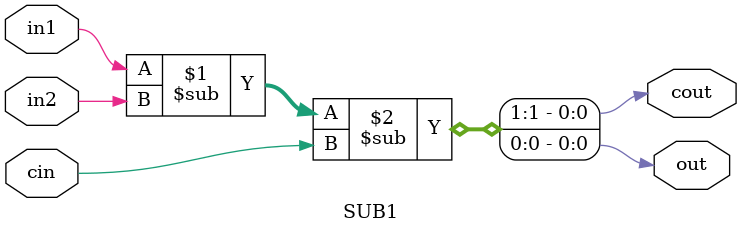
<source format=v>
module SUB1(input in1, in2, cin, output out, cout);
assign {cout, out} = in1 - in2 - cin;
endmodule
</source>
